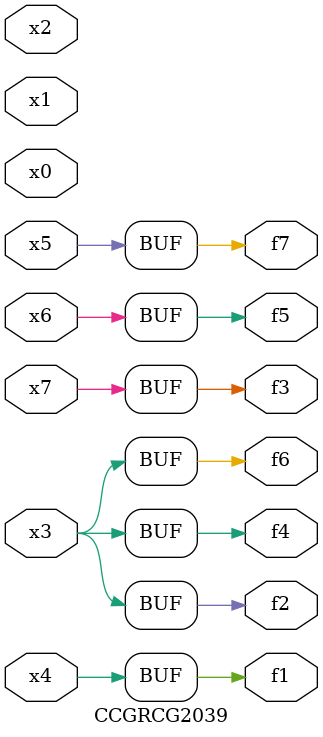
<source format=v>
module CCGRCG2039(
	input x0, x1, x2, x3, x4, x5, x6, x7,
	output f1, f2, f3, f4, f5, f6, f7
);
	assign f1 = x4;
	assign f2 = x3;
	assign f3 = x7;
	assign f4 = x3;
	assign f5 = x6;
	assign f6 = x3;
	assign f7 = x5;
endmodule

</source>
